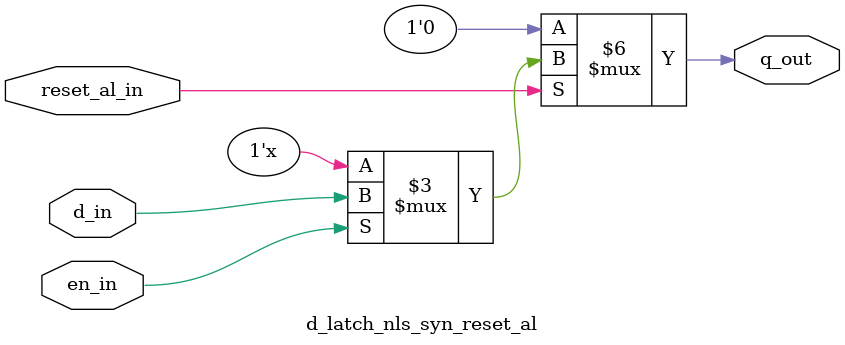
<source format=v>
module d_latch_nls_syn_reset_al(q_out,reset_al_in,en_in,d_in);

input d_in;
input en_in;
input reset_al_in;
output reg q_out;

always@* begin

if (~reset_al_in)  q_out <= 1'b0;
else if  (en_in)   q_out <= d_in;

end
endmodule

</source>
